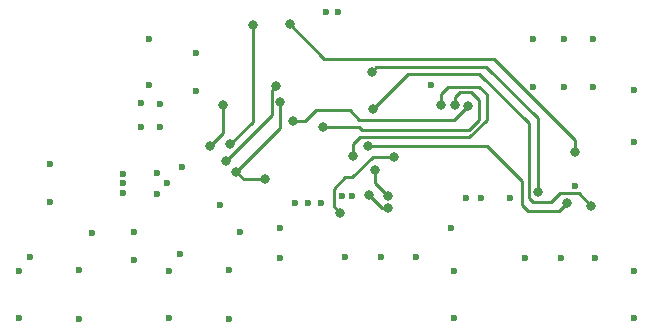
<source format=gbr>
%TF.GenerationSoftware,KiCad,Pcbnew,(6.0.6)*%
%TF.CreationDate,2022-08-13T21:50:17-05:00*%
%TF.ProjectId,usb-led-controller,7573622d-6c65-4642-9d63-6f6e74726f6c,rev?*%
%TF.SameCoordinates,Original*%
%TF.FileFunction,Copper,L4,Bot*%
%TF.FilePolarity,Positive*%
%FSLAX46Y46*%
G04 Gerber Fmt 4.6, Leading zero omitted, Abs format (unit mm)*
G04 Created by KiCad (PCBNEW (6.0.6)) date 2022-08-13 21:50:17*
%MOMM*%
%LPD*%
G01*
G04 APERTURE LIST*
%TA.AperFunction,ComponentPad*%
%ADD10C,0.600000*%
%TD*%
%TA.AperFunction,ViaPad*%
%ADD11C,0.800000*%
%TD*%
%TA.AperFunction,Conductor*%
%ADD12C,0.254000*%
%TD*%
G04 APERTURE END LIST*
D10*
%TO.P,REF\u002A\u002A,1*%
%TO.N,GND*%
X182499995Y-107199994D03*
%TD*%
%TO.P,REF\u002A\u002A,1*%
%TO.N,GND*%
X145199995Y-119599994D03*
%TD*%
%TO.P,REF\u002A\u002A,1*%
%TO.N,GND*%
X151699995Y-126799994D03*
%TD*%
%TO.P,REF\u002A\u002A,1*%
%TO.N,+5V*%
X147828000Y-114600000D03*
%TD*%
%TO.P,REF\u002A\u002A,1*%
%TO.N,+3V3*%
X164600000Y-117100000D03*
%TD*%
%TO.P,REF\u002A\u002A,1*%
%TO.N,GND*%
X149999995Y-103199994D03*
%TD*%
%TO.P,REF\u002A\u002A,1*%
%TO.N,GND*%
X138999995Y-122799994D03*
%TD*%
%TO.P,REF\u002A\u002A,1*%
%TO.N,+5V*%
X156800000Y-126850000D03*
%TD*%
%TO.P,REF\u002A\u002A,1*%
%TO.N,GND*%
X152599995Y-121399994D03*
%TD*%
%TO.P,REF\u002A\u002A,1*%
%TO.N,GND*%
X164999995Y-100899994D03*
%TD*%
%TO.P,REF\u002A\u002A,1*%
%TO.N,GND*%
X151699995Y-122799994D03*
%TD*%
%TO.P,REF\u002A\u002A,1*%
%TO.N,GND*%
X161099995Y-119199994D03*
%TD*%
%TO.P,REF\u002A\u002A,1*%
%TO.N,GND*%
X182499995Y-103199994D03*
%TD*%
%TO.P,REF\u002A\u002A,1*%
%TO.N,GND*%
X169599995Y-121599994D03*
%TD*%
%TO.P,REF\u002A\u002A,1*%
%TO.N,+5V*%
X161100000Y-121700000D03*
%TD*%
%TO.P,REF\u002A\u002A,1*%
%TO.N,GND*%
X151499995Y-115399994D03*
%TD*%
%TO.P,REF\u002A\u002A,1*%
%TO.N,+3V3*%
X149300000Y-110600000D03*
%TD*%
%TO.P,REF\u002A\u002A,1*%
%TO.N,GND*%
X176799995Y-116599994D03*
%TD*%
%TO.P,REF\u002A\u002A,1*%
%TO.N,GND*%
X162399995Y-117099994D03*
%TD*%
%TO.P,REF\u002A\u002A,1*%
%TO.N,+3V3*%
X163500000Y-117100000D03*
%TD*%
%TO.P,REF\u002A\u002A,1*%
%TO.N,GND*%
X166599995Y-121599994D03*
%TD*%
%TO.P,REF\u002A\u002A,1*%
%TO.N,GND*%
X150899995Y-110599994D03*
%TD*%
%TO.P,REF\u002A\u002A,1*%
%TO.N,+5V*%
X144100000Y-122750000D03*
%TD*%
%TO.P,REF\u002A\u002A,1*%
%TO.N,GND*%
X150699995Y-116299994D03*
%TD*%
%TO.P,REF\u002A\u002A,1*%
%TO.N,GND*%
X181799995Y-121699994D03*
%TD*%
%TO.P,REF\u002A\u002A,1*%
%TO.N,GND*%
X186099995Y-115599994D03*
%TD*%
%TO.P,REF\u002A\u002A,1*%
%TO.N,+3V3*%
X173900000Y-107100000D03*
%TD*%
%TO.P,REF\u002A\u002A,1*%
%TO.N,GND*%
X184899995Y-121699994D03*
%TD*%
%TO.P,REF\u002A\u002A,1*%
%TO.N,GND*%
X187599995Y-103199994D03*
%TD*%
%TO.P,REF\u002A\u002A,1*%
%TO.N,+5V*%
X147828000Y-116200000D03*
%TD*%
%TO.P,REF\u002A\u002A,1*%
%TO.N,GND*%
X157699995Y-119499994D03*
%TD*%
%TO.P,REF\u002A\u002A,1*%
%TO.N,+3V3*%
X156000000Y-117200000D03*
%TD*%
%TO.P,REF\u002A\u002A,1*%
%TO.N,GND*%
X187599995Y-107199994D03*
%TD*%
%TO.P,REF\u002A\u002A,1*%
%TO.N,GND*%
X185099995Y-103199994D03*
%TD*%
%TO.P,REF\u002A\u002A,1*%
%TO.N,+5V*%
X156800000Y-122750000D03*
%TD*%
%TO.P,REF\u002A\u002A,1*%
%TO.N,+12V*%
X175800000Y-126800000D03*
%TD*%
%TO.P,REF\u002A\u002A,1*%
%TO.N,GND*%
X149999995Y-107099994D03*
%TD*%
%TO.P,REF\u002A\u002A,1*%
%TO.N,GND*%
X139899995Y-121599994D03*
%TD*%
%TO.P,REF\u002A\u002A,1*%
%TO.N,+12V*%
X191100000Y-126800000D03*
%TD*%
%TO.P,REF\u002A\u002A,1*%
%TO.N,GND*%
X178099995Y-116599994D03*
%TD*%
%TO.P,REF\u002A\u002A,1*%
%TO.N,GND*%
X153999995Y-107599994D03*
%TD*%
%TO.P,REF\u002A\u002A,1*%
%TO.N,+3V3*%
X166000000Y-100850000D03*
%TD*%
%TO.P,REF\u002A\u002A,1*%
%TO.N,GND*%
X166299995Y-116499994D03*
%TD*%
%TO.P,REF\u002A\u002A,1*%
%TO.N,+12V*%
X175800000Y-122800000D03*
%TD*%
%TO.P,REF\u002A\u002A,1*%
%TO.N,+12V*%
X191100000Y-111900000D03*
%TD*%
%TO.P,REF\u002A\u002A,1*%
%TO.N,+5V*%
X144100000Y-126850000D03*
%TD*%
%TO.P,REF\u002A\u002A,1*%
%TO.N,GND*%
X172599995Y-121599994D03*
%TD*%
%TO.P,REF\u002A\u002A,1*%
%TO.N,GND*%
X141599995Y-113799994D03*
%TD*%
%TO.P,REF\u002A\u002A,1*%
%TO.N,+12V*%
X191100000Y-122800000D03*
%TD*%
%TO.P,REF\u002A\u002A,1*%
%TO.N,+5V*%
X154000000Y-104400000D03*
%TD*%
%TO.P,REF\u002A\u002A,1*%
%TO.N,GND*%
X141599995Y-116999994D03*
%TD*%
%TO.P,REF\u002A\u002A,1*%
%TO.N,GND*%
X148700000Y-119500000D03*
%TD*%
%TO.P,REF\u002A\u002A,1*%
%TO.N,+3V3*%
X175600000Y-119200000D03*
%TD*%
%TO.P,REF\u002A\u002A,1*%
%TO.N,GND*%
X167199995Y-116499994D03*
%TD*%
%TO.P,REF\u002A\u002A,1*%
%TO.N,GND*%
X150699995Y-114499994D03*
%TD*%
%TO.P,REF\u002A\u002A,1*%
%TO.N,GND*%
X180599995Y-116599994D03*
%TD*%
%TO.P,REF\u002A\u002A,1*%
%TO.N,GND*%
X185099995Y-107199994D03*
%TD*%
%TO.P,REF\u002A\u002A,1*%
%TO.N,+3V3*%
X149300000Y-108600000D03*
%TD*%
%TO.P,REF\u002A\u002A,1*%
%TO.N,GND*%
X187799995Y-121699994D03*
%TD*%
%TO.P,REF\u002A\u002A,1*%
%TO.N,GND*%
X150899995Y-108699994D03*
%TD*%
%TO.P,REF\u002A\u002A,1*%
%TO.N,+5V*%
X152800000Y-114000000D03*
%TD*%
%TO.P,REF\u002A\u002A,1*%
%TO.N,+5V*%
X147828000Y-115400000D03*
%TD*%
%TO.P,REF\u002A\u002A,1*%
%TO.N,GND*%
X138999995Y-126799994D03*
%TD*%
%TO.P,REF\u002A\u002A,1*%
%TO.N,+12V*%
X191100000Y-107500000D03*
%TD*%
%TO.P,REF\u002A\u002A,1*%
%TO.N,+5V*%
X148700000Y-121900000D03*
%TD*%
D11*
%TO.N,/NRST*%
X162200000Y-110100000D03*
X177019999Y-108836286D03*
%TO.N,/SWCLK*%
X164700497Y-110600000D03*
X175900000Y-108800000D03*
%TO.N,/SWDIO*%
X174700000Y-108800000D03*
X167250000Y-113100000D03*
%TO.N,/GATE_0_R*%
X185413391Y-117027501D03*
X168500000Y-112200000D03*
%TO.N,/GATE_0_G*%
X168950000Y-109100000D03*
X187450000Y-117300000D03*
%TO.N,/GATE_0_B*%
X182900000Y-116100000D03*
X168850000Y-105950000D03*
%TO.N,/GATE_1_R*%
X168600000Y-116400000D03*
X170200000Y-117499503D03*
%TO.N,/GATE_1_G*%
X170200000Y-116500000D03*
X169100000Y-114300000D03*
%TO.N,/GATE_1_B*%
X166200000Y-117900000D03*
X170700000Y-113150000D03*
%TO.N,/WS2812_0_~{OE}*%
X157400000Y-114400000D03*
X159800000Y-115000000D03*
X161100000Y-108500000D03*
%TO.N,/WS2812_1_~{OE}*%
X160745153Y-107125412D03*
X156500000Y-113500000D03*
%TO.N,/WS2812_0_DATA_UC*%
X156886286Y-112086286D03*
X158800000Y-102000000D03*
%TO.N,/WS2812_1_DATA_UC*%
X156300000Y-108800000D03*
X155200000Y-112200000D03*
%TO.N,/SWO*%
X161900000Y-101900000D03*
X186100000Y-112750000D03*
%TD*%
D12*
%TO.N,/NRST*%
X175856285Y-110000000D02*
X177019999Y-108836286D01*
X163200000Y-110100000D02*
X164100000Y-109200000D01*
X167000000Y-109200000D02*
X167800000Y-110000000D01*
X162200000Y-110100000D02*
X163200000Y-110100000D01*
X167800000Y-110000000D02*
X175856285Y-110000000D01*
X164100000Y-109200000D02*
X167000000Y-109200000D01*
%TO.N,/SWCLK*%
X177053501Y-110846499D02*
X167996499Y-110846499D01*
X177900000Y-108300000D02*
X177900000Y-110000000D01*
X167996499Y-110846499D02*
X167750000Y-110600000D01*
X177300000Y-107700000D02*
X177900000Y-108300000D01*
X176300000Y-107700000D02*
X177300000Y-107700000D01*
X167750000Y-110600000D02*
X164700497Y-110600000D01*
X175900000Y-108100000D02*
X176300000Y-107700000D01*
X175900000Y-108800000D02*
X175900000Y-108100000D01*
X177900000Y-110000000D02*
X177053501Y-110846499D01*
%TO.N,/SWDIO*%
X178600000Y-110000000D02*
X178600000Y-107850000D01*
X177950000Y-107200000D02*
X175350000Y-107200000D01*
X178600000Y-107850000D02*
X177950000Y-107200000D01*
X175350000Y-107200000D02*
X174700000Y-107850000D01*
X167850000Y-111500000D02*
X177100000Y-111500000D01*
X167250000Y-112100000D02*
X167850000Y-111500000D01*
X167250000Y-113100000D02*
X167250000Y-112100000D01*
X177100000Y-111500000D02*
X178600000Y-110000000D01*
X174700000Y-107850000D02*
X174700000Y-108800000D01*
%TO.N,/GATE_0_R*%
X181600000Y-117249926D02*
X182053575Y-117703501D01*
X184737391Y-117703501D02*
X185413391Y-117027501D01*
X168500000Y-112200000D02*
X178600000Y-112200000D01*
X178600000Y-112200000D02*
X181600000Y-115200000D01*
X181600000Y-115200000D02*
X181600000Y-117249926D01*
X182053575Y-117703501D02*
X184737391Y-117703501D01*
%TO.N,/GATE_0_G*%
X184000000Y-117000000D02*
X184773005Y-116226995D01*
X182150000Y-110300000D02*
X182150000Y-116650000D01*
X186376995Y-116226995D02*
X187450000Y-117300000D01*
X182150000Y-116650000D02*
X182500000Y-117000000D01*
X171950000Y-106100000D02*
X177950000Y-106100000D01*
X177950000Y-106100000D02*
X182150000Y-110300000D01*
X168950000Y-109100000D02*
X171950000Y-106100000D01*
X182500000Y-117000000D02*
X184000000Y-117000000D01*
X184773005Y-116226995D02*
X186376995Y-116226995D01*
%TO.N,/GATE_0_B*%
X178550000Y-105550000D02*
X169250000Y-105550000D01*
X169250000Y-105550000D02*
X168850000Y-105950000D01*
X182900000Y-109900000D02*
X178550000Y-105550000D01*
X182900000Y-116100000D02*
X182900000Y-109900000D01*
%TO.N,/GATE_1_R*%
X168600000Y-116400000D02*
X169699503Y-117499503D01*
X169699503Y-117499503D02*
X170200000Y-117499503D01*
%TO.N,/GATE_1_G*%
X170200000Y-116500000D02*
X169100000Y-115400000D01*
X169100000Y-115400000D02*
X169100000Y-114300000D01*
%TO.N,/GATE_1_B*%
X167200000Y-114900000D02*
X166600000Y-114900000D01*
X166600000Y-114900000D02*
X165650000Y-115850000D01*
X168950000Y-113150000D02*
X167200000Y-114900000D01*
X170700000Y-113150000D02*
X168950000Y-113150000D01*
X165650000Y-115850000D02*
X165650000Y-117350000D01*
X165650000Y-117350000D02*
X166200000Y-117900000D01*
%TO.N,/WS2812_0_~{OE}*%
X161100000Y-110700000D02*
X161100000Y-108500000D01*
X158000000Y-115000000D02*
X159800000Y-115000000D01*
X157400000Y-114400000D02*
X158000000Y-115000000D01*
X157400000Y-114400000D02*
X161100000Y-110700000D01*
%TO.N,/WS2812_1_~{OE}*%
X156500000Y-113500000D02*
X160373500Y-109626500D01*
X160373500Y-107497065D02*
X160745153Y-107125412D01*
X160373500Y-109626500D02*
X160373500Y-107497065D01*
%TO.N,/WS2812_0_DATA_UC*%
X158800000Y-102000000D02*
X158800000Y-110172572D01*
X158800000Y-110172572D02*
X156886286Y-112086286D01*
%TO.N,/WS2812_1_DATA_UC*%
X155200000Y-112200000D02*
X156300000Y-111100000D01*
X156300000Y-111100000D02*
X156300000Y-108800000D01*
%TO.N,/SWO*%
X164850000Y-104850000D02*
X179200000Y-104850000D01*
X161900000Y-101900000D02*
X164850000Y-104850000D01*
X186100000Y-111750000D02*
X186100000Y-112750000D01*
X179200000Y-104850000D02*
X186100000Y-111750000D01*
%TD*%
M02*

</source>
